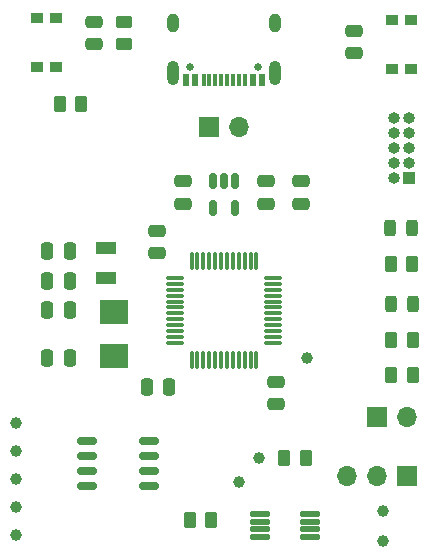
<source format=gts>
%TF.GenerationSoftware,KiCad,Pcbnew,9.0.0*%
%TF.CreationDate,2025-03-17T13:33:28-06:00*%
%TF.ProjectId,TempLog,54656d70-4c6f-4672-9e6b-696361645f70,rev?*%
%TF.SameCoordinates,Original*%
%TF.FileFunction,Soldermask,Top*%
%TF.FilePolarity,Negative*%
%FSLAX46Y46*%
G04 Gerber Fmt 4.6, Leading zero omitted, Abs format (unit mm)*
G04 Created by KiCad (PCBNEW 9.0.0) date 2025-03-17 13:33:28*
%MOMM*%
%LPD*%
G01*
G04 APERTURE LIST*
G04 Aperture macros list*
%AMRoundRect*
0 Rectangle with rounded corners*
0 $1 Rounding radius*
0 $2 $3 $4 $5 $6 $7 $8 $9 X,Y pos of 4 corners*
0 Add a 4 corners polygon primitive as box body*
4,1,4,$2,$3,$4,$5,$6,$7,$8,$9,$2,$3,0*
0 Add four circle primitives for the rounded corners*
1,1,$1+$1,$2,$3*
1,1,$1+$1,$4,$5*
1,1,$1+$1,$6,$7*
1,1,$1+$1,$8,$9*
0 Add four rect primitives between the rounded corners*
20,1,$1+$1,$2,$3,$4,$5,0*
20,1,$1+$1,$4,$5,$6,$7,0*
20,1,$1+$1,$6,$7,$8,$9,0*
20,1,$1+$1,$8,$9,$2,$3,0*%
G04 Aperture macros list end*
%ADD10R,1.700000X1.700000*%
%ADD11O,1.700000X1.700000*%
%ADD12C,1.000000*%
%ADD13RoundRect,0.250000X-0.262500X-0.450000X0.262500X-0.450000X0.262500X0.450000X-0.262500X0.450000X0*%
%ADD14R,0.600000X1.000000*%
%ADD15O,1.000000X1.600000*%
%ADD16O,1.000000X2.100000*%
%ADD17R,0.300000X1.000000*%
%ADD18C,0.650000*%
%ADD19RoundRect,0.075000X-0.075000X-0.662500X0.075000X-0.662500X0.075000X0.662500X-0.075000X0.662500X0*%
%ADD20RoundRect,0.075000X-0.662500X-0.075000X0.662500X-0.075000X0.662500X0.075000X-0.662500X0.075000X0*%
%ADD21RoundRect,0.125000X-0.687500X-0.125000X0.687500X-0.125000X0.687500X0.125000X-0.687500X0.125000X0*%
%ADD22RoundRect,0.250000X-0.475000X0.250000X-0.475000X-0.250000X0.475000X-0.250000X0.475000X0.250000X0*%
%ADD23RoundRect,0.250000X0.450000X-0.262500X0.450000X0.262500X-0.450000X0.262500X-0.450000X-0.262500X0*%
%ADD24R,2.400000X2.000000*%
%ADD25RoundRect,0.250000X0.250000X0.475000X-0.250000X0.475000X-0.250000X-0.475000X0.250000X-0.475000X0*%
%ADD26RoundRect,0.250000X0.262500X0.450000X-0.262500X0.450000X-0.262500X-0.450000X0.262500X-0.450000X0*%
%ADD27R,1.800000X1.000000*%
%ADD28RoundRect,0.250000X0.475000X-0.250000X0.475000X0.250000X-0.475000X0.250000X-0.475000X-0.250000X0*%
%ADD29R,1.000000X0.900000*%
%ADD30RoundRect,0.250000X-0.250000X-0.475000X0.250000X-0.475000X0.250000X0.475000X-0.250000X0.475000X0*%
%ADD31RoundRect,0.150000X-0.675000X-0.150000X0.675000X-0.150000X0.675000X0.150000X-0.675000X0.150000X0*%
%ADD32O,1.000000X1.000000*%
%ADD33R,1.000000X1.000000*%
%ADD34RoundRect,0.243750X0.243750X0.456250X-0.243750X0.456250X-0.243750X-0.456250X0.243750X-0.456250X0*%
%ADD35RoundRect,0.150000X-0.150000X0.512500X-0.150000X-0.512500X0.150000X-0.512500X0.150000X0.512500X0*%
G04 APERTURE END LIST*
D10*
%TO.C,J3*%
X135500000Y-111000000D03*
D11*
X132960000Y-111000000D03*
X130420000Y-111000000D03*
%TD*%
D12*
%TO.C,TP14*%
X121250000Y-111500000D03*
%TD*%
%TO.C,TP13*%
X123000000Y-109500000D03*
%TD*%
D13*
%TO.C,R13*%
X118912500Y-114750000D03*
X117087500Y-114750000D03*
%TD*%
D14*
%TO.C,J6*%
X117568000Y-77455000D03*
X122468000Y-77455000D03*
D15*
X115700000Y-72700000D03*
D16*
X115700000Y-76880000D03*
X124336000Y-76880000D03*
D15*
X124336000Y-72700000D03*
D14*
X116793000Y-77455000D03*
X123243000Y-77455000D03*
D17*
X121768000Y-77455000D03*
X120768000Y-77455000D03*
X119268000Y-77455000D03*
X118268000Y-77455000D03*
X118768000Y-77455000D03*
X119768000Y-77455000D03*
X120268000Y-77455000D03*
X121268000Y-77455000D03*
D18*
X117128000Y-76350000D03*
X122908000Y-76350000D03*
%TD*%
D12*
%TO.C,TP7*%
X102400000Y-111250000D03*
%TD*%
%TO.C,TP10*%
X133500000Y-116500000D03*
%TD*%
D19*
%TO.C,U1*%
X117250000Y-92837500D03*
X118250000Y-92837500D03*
X118750000Y-92837500D03*
X119250000Y-92837500D03*
X119750000Y-92837500D03*
X120250000Y-92837500D03*
X120750000Y-92837500D03*
X121250000Y-92837500D03*
X121750000Y-92837500D03*
X122250000Y-92837500D03*
X122750000Y-92837500D03*
D20*
X124162500Y-94250000D03*
X124162500Y-94750000D03*
X124162500Y-95250000D03*
X124162500Y-95750000D03*
X124162500Y-96250000D03*
X124162500Y-96750000D03*
X124162500Y-97250000D03*
X124162500Y-97750000D03*
X124162500Y-98250000D03*
X124162500Y-98750000D03*
X124162500Y-99250000D03*
X124162500Y-99750000D03*
D19*
X122750000Y-101162500D03*
X121750000Y-101162500D03*
X121250000Y-101162500D03*
X120750000Y-101162500D03*
X120250000Y-101162500D03*
X119750000Y-101162500D03*
X119250000Y-101162500D03*
X118750000Y-101162500D03*
X118250000Y-101162500D03*
X117750000Y-101162500D03*
X117250000Y-101162500D03*
D20*
X115837500Y-99750000D03*
X115837500Y-99250000D03*
X115837500Y-98750000D03*
X115837500Y-98250000D03*
X115837500Y-97250000D03*
X115837500Y-96750000D03*
X115837500Y-96250000D03*
X115837500Y-95750000D03*
X115837500Y-95250000D03*
X115837500Y-94750000D03*
X115837500Y-94250000D03*
D19*
X117750000Y-92837500D03*
D20*
X115837500Y-97750000D03*
D19*
X122250000Y-101162500D03*
%TD*%
D12*
%TO.C,TP12*%
X127000000Y-101000000D03*
%TD*%
D21*
%TO.C,U3*%
X127312500Y-114225000D03*
X123087500Y-114875000D03*
X123087500Y-114225000D03*
X127312500Y-114875000D03*
X127312500Y-115525000D03*
X123087500Y-115525000D03*
X127312500Y-116175000D03*
X123087500Y-116175000D03*
%TD*%
D22*
%TO.C,C1*%
X131000000Y-73300000D03*
X131000000Y-75200000D03*
%TD*%
%TO.C,C2*%
X116550000Y-86050000D03*
X116550000Y-87950000D03*
%TD*%
D23*
%TO.C,R10*%
X111500000Y-74412500D03*
X111500000Y-72587500D03*
%TD*%
D24*
%TO.C,Y1*%
X110700000Y-100850000D03*
X110700000Y-97150000D03*
%TD*%
D22*
%TO.C,C7*%
X124400000Y-103050000D03*
X124400000Y-104950000D03*
%TD*%
D25*
%TO.C,C12*%
X105050000Y-94500000D03*
X106950000Y-94500000D03*
%TD*%
D12*
%TO.C,TP9*%
X102400000Y-116000000D03*
%TD*%
D26*
%TO.C,R6*%
X134170000Y-102500000D03*
X135995000Y-102500000D03*
%TD*%
D12*
%TO.C,TP6*%
X102400000Y-108875000D03*
%TD*%
%TO.C,TP5*%
X102400000Y-106500000D03*
%TD*%
D27*
%TO.C,Y2*%
X110000000Y-94250000D03*
X110000000Y-91750000D03*
%TD*%
D25*
%TO.C,C11*%
X105050000Y-92000000D03*
X106950000Y-92000000D03*
%TD*%
D12*
%TO.C,TP8*%
X102400000Y-113625000D03*
%TD*%
D25*
%TO.C,C9*%
X106950000Y-97000000D03*
X105050000Y-97000000D03*
%TD*%
D28*
%TO.C,C5*%
X126500000Y-87950000D03*
X126500000Y-86050000D03*
%TD*%
D26*
%TO.C,R11*%
X106087500Y-79500000D03*
X107912500Y-79500000D03*
%TD*%
D28*
%TO.C,C3*%
X123550000Y-87950000D03*
X123550000Y-86050000D03*
%TD*%
D29*
%TO.C,SW1*%
X134200000Y-76550000D03*
X134200000Y-72450000D03*
X135800000Y-72450000D03*
X135800000Y-76550000D03*
%TD*%
D12*
%TO.C,TP11*%
X133500000Y-114000000D03*
%TD*%
D13*
%TO.C,R9*%
X135995000Y-99500000D03*
X134170000Y-99500000D03*
%TD*%
D30*
%TO.C,C6*%
X113450000Y-103500000D03*
X115350000Y-103500000D03*
%TD*%
D31*
%TO.C,U2*%
X113625000Y-108095000D03*
X113625000Y-109365000D03*
X113625000Y-110635000D03*
X113625000Y-111905000D03*
X108375000Y-110635000D03*
X108375000Y-109365000D03*
X108375000Y-108095000D03*
X108375000Y-111905000D03*
%TD*%
D32*
%TO.C,J1*%
X134355000Y-80690000D03*
X134355000Y-81960000D03*
X135625000Y-81960000D03*
X134355000Y-83230000D03*
X134355000Y-84500000D03*
X134355000Y-85770000D03*
D33*
X135625000Y-85770000D03*
D32*
X135625000Y-80690000D03*
X135625000Y-83230000D03*
X135625000Y-84500000D03*
%TD*%
D25*
%TO.C,C10*%
X106950000Y-101000000D03*
X105050000Y-101000000D03*
%TD*%
D34*
%TO.C,D2*%
X134125000Y-96466666D03*
X136000000Y-96466666D03*
%TD*%
D35*
%TO.C,U6*%
X120950000Y-88337500D03*
X119050000Y-88337500D03*
X119050000Y-86062500D03*
X120950000Y-86062500D03*
X120000000Y-86062500D03*
%TD*%
D29*
%TO.C,SW2*%
X105800000Y-72248529D03*
X105800000Y-76348529D03*
X104200000Y-76348529D03*
X104200000Y-72248529D03*
%TD*%
D26*
%TO.C,R12*%
X125087500Y-109500000D03*
X126912500Y-109500000D03*
%TD*%
D22*
%TO.C,C8*%
X109000000Y-74450000D03*
X109000000Y-72550000D03*
%TD*%
D28*
%TO.C,C4*%
X114300000Y-92150000D03*
X114300000Y-90250000D03*
%TD*%
D13*
%TO.C,R8*%
X134107500Y-93033333D03*
X135932500Y-93033333D03*
%TD*%
D34*
%TO.C,D1*%
X134062500Y-90000000D03*
X135937500Y-90000000D03*
%TD*%
D11*
%TO.C,J5*%
X135515000Y-106000000D03*
D10*
X132975000Y-106000000D03*
%TD*%
D11*
%TO.C,J7*%
X121265000Y-81500000D03*
D10*
X118725000Y-81500000D03*
%TD*%
M02*

</source>
